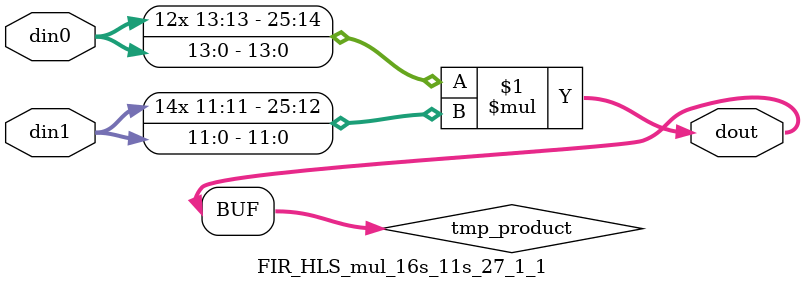
<source format=v>

`timescale 1 ns / 1 ps

 module FIR_HLS_mul_16s_11s_27_1_1(din0, din1, dout);
parameter ID = 1;
parameter NUM_STAGE = 0;
parameter din0_WIDTH = 14;
parameter din1_WIDTH = 12;
parameter dout_WIDTH = 26;

input [din0_WIDTH - 1 : 0] din0; 
input [din1_WIDTH - 1 : 0] din1; 
output [dout_WIDTH - 1 : 0] dout;

wire signed [dout_WIDTH - 1 : 0] tmp_product;



























assign tmp_product = $signed(din0) * $signed(din1);








assign dout = tmp_product;





















endmodule

</source>
